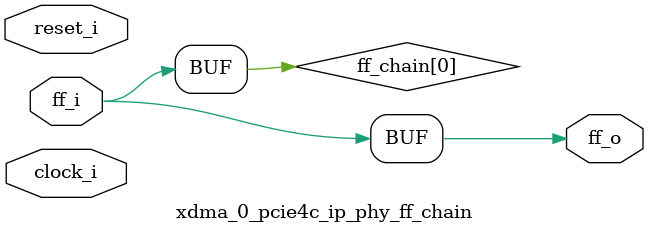
<source format=v>
/*****************************************************************************
** Description:
**    Flop Chain
**
******************************************************************************/

`timescale 1ps/1ps

`define AS_PHYREG(clk, reset, q, d, rstval)  \
   always @(posedge clk or posedge reset) begin \
      if (reset) \
         q  <= #(TCQ)   rstval;  \
      else  \
         q  <= #(TCQ)   d; \
   end

`define PHYREG(clk, reset, q, d, rstval)  \
   always @(posedge clk) begin \
      if (reset) \
         q  <= #(TCQ)   rstval;  \
      else  \
         q  <= #(TCQ)   d; \
   end

(* DowngradeIPIdentifiedWarnings = "yes" *)
module xdma_0_pcie4c_ip_phy_ff_chain #(
   // Parameters
   parameter integer PIPELINE_STAGES   = 0,        // 0 = no pipeline; 1 = 1 stage; 2 = 2 stages; 3 = 3 stages
   parameter         ASYNC             = "FALSE",
   parameter integer FF_WIDTH          = 1,
   parameter integer RST_VAL           = 0,
   parameter integer TCQ               = 1
)  (   
   input  wire                         clock_i,          
   input  wire                         reset_i,           
   input  wire [FF_WIDTH-1:0]          ff_i,            
   output wire [FF_WIDTH-1:0]          ff_o        
   );

   genvar   var_i;

   reg   [FF_WIDTH-1:0]          ff_chain [PIPELINE_STAGES:0];

   always @(*) ff_chain[0] = ff_i;

generate
   if (PIPELINE_STAGES > 0) begin:  with_ff_chain
      for (var_i = 0; var_i < PIPELINE_STAGES; var_i = var_i + 1) begin: ff_chain_gen
         if (ASYNC == "TRUE") begin: async_rst
            `AS_PHYREG(clock_i, reset_i, ff_chain[var_i+1], ff_chain[var_i], RST_VAL)
         end else begin: sync_rst
            `PHYREG(clock_i, reset_i, ff_chain[var_i+1], ff_chain[var_i], RST_VAL)
         end
      end
   end
endgenerate

   assign ff_o = ff_chain[PIPELINE_STAGES];

endmodule

</source>
